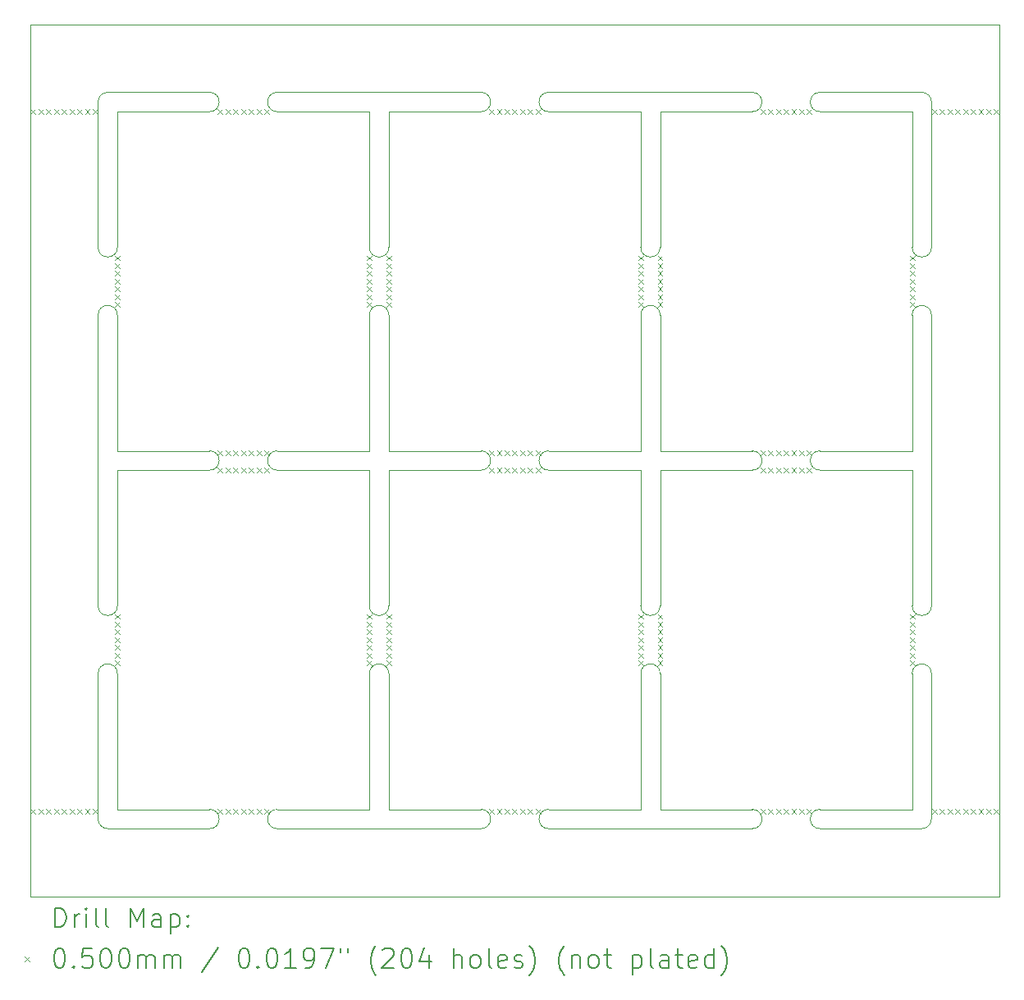
<source format=gbr>
%TF.GenerationSoftware,KiCad,Pcbnew,8.0.8*%
%TF.CreationDate,2025-02-10T00:15:04+01:00*%
%TF.ProjectId,opl3module,6f706c33-6d6f-4647-956c-652e6b696361,1.2*%
%TF.SameCoordinates,Original*%
%TF.FileFunction,Drillmap*%
%TF.FilePolarity,Positive*%
%FSLAX45Y45*%
G04 Gerber Fmt 4.5, Leading zero omitted, Abs format (unit mm)*
G04 Created by KiCad (PCBNEW 8.0.8) date 2025-02-10 00:15:04*
%MOMM*%
%LPD*%
G01*
G04 APERTURE LIST*
%ADD10C,0.100000*%
%ADD11C,0.200000*%
G04 APERTURE END LIST*
D10*
X5350000Y-8100000D02*
X6300000Y-8100000D01*
X700000Y-6700000D02*
X700000Y-8200000D01*
X1850000Y-700000D02*
X800000Y-700000D01*
X6500000Y-900000D02*
X7450000Y-900000D01*
X10000000Y0D02*
X10000000Y-9000000D01*
X8150000Y-4600000D02*
X9100000Y-4600000D01*
X800000Y-8300000D02*
X1850000Y-8300000D01*
X9300000Y-8200000D02*
X9300000Y-6700000D01*
X6500000Y-6000000D02*
X6500000Y-4600000D01*
X10000000Y-9000000D02*
X0Y-9000000D01*
X2550000Y-4400000D02*
X3500000Y-4400000D01*
X7450000Y-4400000D02*
X6500000Y-4400000D01*
X3700000Y-6700000D02*
X3700000Y-8100000D01*
X9100000Y-6700000D02*
X9100000Y-8100000D01*
X900000Y-4600000D02*
X1850000Y-4600000D01*
X9300000Y-6000000D02*
X9300000Y-3000000D01*
X6500000Y-4600000D02*
X7450000Y-4600000D01*
X3700000Y-6000000D02*
X3700000Y-4600000D01*
X6300000Y-4600000D02*
X6300000Y-6000000D01*
X6500000Y-6700000D02*
X6500000Y-8100000D01*
X7450000Y-700000D02*
X5350000Y-700000D01*
X4650000Y-8100000D02*
X3700000Y-8100000D01*
X5350000Y-4600000D02*
X6300000Y-4600000D01*
X6300000Y-6700000D02*
X6300000Y-8100000D01*
X2550000Y-4600000D02*
X3500000Y-4600000D01*
X6300000Y-900000D02*
X6300000Y-2300000D01*
X700000Y-800000D02*
X700000Y-2300000D01*
X8150000Y-8100000D02*
X9100000Y-8100000D01*
X3700000Y-4600000D02*
X4650000Y-4600000D01*
X3500000Y-900000D02*
X3500000Y-2300000D01*
X1850000Y-8100000D02*
X900000Y-8100000D01*
X3500000Y-3000000D02*
X3500000Y-4400000D01*
X3700000Y-900000D02*
X4650000Y-900000D01*
X9100000Y-3000000D02*
X9100000Y-4400000D01*
X7450000Y-8100000D02*
X6500000Y-8100000D01*
X3500000Y-4600000D02*
X3500000Y-6000000D01*
X8150000Y-4400000D02*
X9100000Y-4400000D01*
X6300000Y-3000000D02*
X6300000Y-4400000D01*
X6500000Y-3000000D02*
X6500000Y-4400000D01*
X2550000Y-8100000D02*
X3500000Y-8100000D01*
X4650000Y-700000D02*
X2550000Y-700000D01*
X9200000Y-700000D02*
X8150000Y-700000D01*
X5350000Y-8300000D02*
X7450000Y-8300000D01*
X8150000Y-8300000D02*
X9200000Y-8300000D01*
X9100000Y-900000D02*
X9100000Y-2300000D01*
X5350000Y-4400000D02*
X6300000Y-4400000D01*
X1850000Y-4400000D02*
X900000Y-4400000D01*
X9100000Y-4600000D02*
X9100000Y-6000000D01*
X2550000Y-900000D02*
X3500000Y-900000D01*
X3700000Y-2300000D02*
X3700000Y-900000D01*
X9300000Y-2300000D02*
X9300000Y-800000D01*
X5350000Y-900000D02*
X6300000Y-900000D01*
X900000Y-6000000D02*
X900000Y-4600000D01*
X3700000Y-3000000D02*
X3700000Y-4400000D01*
X900000Y-900000D02*
X1850000Y-900000D01*
X2550000Y-8300000D02*
X4650000Y-8300000D01*
X0Y0D02*
X0Y-9000000D01*
X4650000Y-4400000D02*
X3700000Y-4400000D01*
X900000Y-3000000D02*
X900000Y-4400000D01*
X6500000Y-2300000D02*
X6500000Y-900000D01*
X3500000Y-6700000D02*
X3500000Y-8100000D01*
X900000Y-6700000D02*
X900000Y-8100000D01*
X10000000Y0D02*
X0Y0D01*
X8150000Y-900000D02*
X9100000Y-900000D01*
X700000Y-3000000D02*
X700000Y-6000000D01*
X900000Y-2300000D02*
X900000Y-900000D01*
X9300000Y-8200000D02*
G75*
G02*
X9200000Y-8300000I-100000J0D01*
G01*
X9100000Y-3000000D02*
G75*
G02*
X9300000Y-3000000I100000J0D01*
G01*
X9300000Y-2300000D02*
G75*
G02*
X9100000Y-2300000I-100000J0D01*
G01*
X7450000Y-8100000D02*
G75*
G02*
X7450000Y-8300000I0J-100000D01*
G01*
X8150000Y-8300000D02*
G75*
G02*
X8150000Y-8100000I0J100000D01*
G01*
X6300000Y-6700000D02*
G75*
G02*
X6500000Y-6700000I100000J0D01*
G01*
X6500000Y-6000000D02*
G75*
G02*
X6300000Y-6000000I-100000J0D01*
G01*
X7450000Y-700000D02*
G75*
G02*
X7450000Y-900000I0J-100000D01*
G01*
X8150000Y-900000D02*
G75*
G02*
X8150000Y-700000I0J100000D01*
G01*
X700000Y-6700000D02*
G75*
G02*
X900000Y-6700000I100000J0D01*
G01*
X900000Y-6000000D02*
G75*
G02*
X700000Y-6000000I-100000J0D01*
G01*
X800000Y-8300000D02*
G75*
G02*
X700000Y-8200000I0J100000D01*
G01*
X1850000Y-4400000D02*
G75*
G02*
X1850000Y-4600000I0J-100000D01*
G01*
X2550000Y-4600000D02*
G75*
G02*
X2550000Y-4400000I0J100000D01*
G01*
X3500000Y-3000000D02*
G75*
G02*
X3700000Y-3000000I100000J0D01*
G01*
X3700000Y-2300000D02*
G75*
G02*
X3500000Y-2300000I-100000J0D01*
G01*
X4650000Y-4400000D02*
G75*
G02*
X4650000Y-4600000I0J-100000D01*
G01*
X5350000Y-4600000D02*
G75*
G02*
X5350000Y-4400000I0J100000D01*
G01*
X9200000Y-700000D02*
G75*
G02*
X9300000Y-800000I0J-100000D01*
G01*
X700000Y-3000000D02*
G75*
G02*
X900000Y-3000000I100000J0D01*
G01*
X900000Y-2300000D02*
G75*
G02*
X700000Y-2300000I-100000J0D01*
G01*
X7450000Y-4400000D02*
G75*
G02*
X7450000Y-4600000I0J-100000D01*
G01*
X8150000Y-4600000D02*
G75*
G02*
X8150000Y-4400000I0J100000D01*
G01*
X9100000Y-6700000D02*
G75*
G02*
X9300000Y-6700000I100000J0D01*
G01*
X9300000Y-6000000D02*
G75*
G02*
X9100000Y-6000000I-100000J0D01*
G01*
X700000Y-800000D02*
G75*
G02*
X800000Y-700000I100000J0D01*
G01*
X3500000Y-6700000D02*
G75*
G02*
X3700000Y-6700000I100000J0D01*
G01*
X3700000Y-6000000D02*
G75*
G02*
X3500000Y-6000000I-100000J0D01*
G01*
X4650000Y-700000D02*
G75*
G02*
X4650000Y-900000I0J-100000D01*
G01*
X5350000Y-900000D02*
G75*
G02*
X5350000Y-700000I0J100000D01*
G01*
X1850000Y-700000D02*
G75*
G02*
X1850000Y-900000I0J-100000D01*
G01*
X2550000Y-900000D02*
G75*
G02*
X2550000Y-700000I0J100000D01*
G01*
X1850000Y-8100000D02*
G75*
G02*
X1850000Y-8300000I0J-100000D01*
G01*
X2550000Y-8300000D02*
G75*
G02*
X2550000Y-8100000I0J100000D01*
G01*
X4650000Y-8100000D02*
G75*
G02*
X4650000Y-8300000I0J-100000D01*
G01*
X5350000Y-8300000D02*
G75*
G02*
X5350000Y-8100000I0J100000D01*
G01*
X6300000Y-3000000D02*
G75*
G02*
X6500000Y-3000000I100000J0D01*
G01*
X6500000Y-2300000D02*
G75*
G02*
X6300000Y-2300000I-100000J0D01*
G01*
D11*
D10*
X5000Y-875000D02*
X55000Y-925000D01*
X55000Y-875000D02*
X5000Y-925000D01*
X5000Y-8095000D02*
X55000Y-8145000D01*
X55000Y-8095000D02*
X5000Y-8145000D01*
X85000Y-875000D02*
X135000Y-925000D01*
X135000Y-875000D02*
X85000Y-925000D01*
X85000Y-8095000D02*
X135000Y-8145000D01*
X135000Y-8095000D02*
X85000Y-8145000D01*
X165000Y-875000D02*
X215000Y-925000D01*
X215000Y-875000D02*
X165000Y-925000D01*
X165000Y-8095000D02*
X215000Y-8145000D01*
X215000Y-8095000D02*
X165000Y-8145000D01*
X245000Y-875000D02*
X295000Y-925000D01*
X295000Y-875000D02*
X245000Y-925000D01*
X245000Y-8095000D02*
X295000Y-8145000D01*
X295000Y-8095000D02*
X245000Y-8145000D01*
X325000Y-875000D02*
X375000Y-925000D01*
X375000Y-875000D02*
X325000Y-925000D01*
X325000Y-8095000D02*
X375000Y-8145000D01*
X375000Y-8095000D02*
X325000Y-8145000D01*
X405000Y-875000D02*
X455000Y-925000D01*
X455000Y-875000D02*
X405000Y-925000D01*
X405000Y-8095000D02*
X455000Y-8145000D01*
X455000Y-8095000D02*
X405000Y-8145000D01*
X485000Y-875000D02*
X535000Y-925000D01*
X535000Y-875000D02*
X485000Y-925000D01*
X485000Y-8095000D02*
X535000Y-8145000D01*
X535000Y-8095000D02*
X485000Y-8145000D01*
X565000Y-875000D02*
X615000Y-925000D01*
X615000Y-875000D02*
X565000Y-925000D01*
X565000Y-8095000D02*
X615000Y-8145000D01*
X615000Y-8095000D02*
X565000Y-8145000D01*
X645000Y-875000D02*
X695000Y-925000D01*
X695000Y-875000D02*
X645000Y-925000D01*
X645000Y-8095000D02*
X695000Y-8145000D01*
X695000Y-8095000D02*
X645000Y-8145000D01*
X875000Y-2385000D02*
X925000Y-2435000D01*
X925000Y-2385000D02*
X875000Y-2435000D01*
X875000Y-2465000D02*
X925000Y-2515000D01*
X925000Y-2465000D02*
X875000Y-2515000D01*
X875000Y-2545000D02*
X925000Y-2595000D01*
X925000Y-2545000D02*
X875000Y-2595000D01*
X875000Y-2625000D02*
X925000Y-2675000D01*
X925000Y-2625000D02*
X875000Y-2675000D01*
X875000Y-2705000D02*
X925000Y-2755000D01*
X925000Y-2705000D02*
X875000Y-2755000D01*
X875000Y-2785000D02*
X925000Y-2835000D01*
X925000Y-2785000D02*
X875000Y-2835000D01*
X875000Y-2865000D02*
X925000Y-2915000D01*
X925000Y-2865000D02*
X875000Y-2915000D01*
X875000Y-6085000D02*
X925000Y-6135000D01*
X925000Y-6085000D02*
X875000Y-6135000D01*
X875000Y-6165000D02*
X925000Y-6215000D01*
X925000Y-6165000D02*
X875000Y-6215000D01*
X875000Y-6245000D02*
X925000Y-6295000D01*
X925000Y-6245000D02*
X875000Y-6295000D01*
X875000Y-6325000D02*
X925000Y-6375000D01*
X925000Y-6325000D02*
X875000Y-6375000D01*
X875000Y-6405000D02*
X925000Y-6455000D01*
X925000Y-6405000D02*
X875000Y-6455000D01*
X875000Y-6485000D02*
X925000Y-6535000D01*
X925000Y-6485000D02*
X875000Y-6535000D01*
X875000Y-6565000D02*
X925000Y-6615000D01*
X925000Y-6565000D02*
X875000Y-6615000D01*
X1935000Y-875000D02*
X1985000Y-925000D01*
X1985000Y-875000D02*
X1935000Y-925000D01*
X1935000Y-4395000D02*
X1985000Y-4445000D01*
X1985000Y-4395000D02*
X1935000Y-4445000D01*
X1935000Y-4575000D02*
X1985000Y-4625000D01*
X1985000Y-4575000D02*
X1935000Y-4625000D01*
X1935000Y-8095000D02*
X1985000Y-8145000D01*
X1985000Y-8095000D02*
X1935000Y-8145000D01*
X2015000Y-875000D02*
X2065000Y-925000D01*
X2065000Y-875000D02*
X2015000Y-925000D01*
X2015000Y-4395000D02*
X2065000Y-4445000D01*
X2065000Y-4395000D02*
X2015000Y-4445000D01*
X2015000Y-4575000D02*
X2065000Y-4625000D01*
X2065000Y-4575000D02*
X2015000Y-4625000D01*
X2015000Y-8095000D02*
X2065000Y-8145000D01*
X2065000Y-8095000D02*
X2015000Y-8145000D01*
X2095000Y-875000D02*
X2145000Y-925000D01*
X2145000Y-875000D02*
X2095000Y-925000D01*
X2095000Y-4395000D02*
X2145000Y-4445000D01*
X2145000Y-4395000D02*
X2095000Y-4445000D01*
X2095000Y-4575000D02*
X2145000Y-4625000D01*
X2145000Y-4575000D02*
X2095000Y-4625000D01*
X2095000Y-8095000D02*
X2145000Y-8145000D01*
X2145000Y-8095000D02*
X2095000Y-8145000D01*
X2175000Y-875000D02*
X2225000Y-925000D01*
X2225000Y-875000D02*
X2175000Y-925000D01*
X2175000Y-4395000D02*
X2225000Y-4445000D01*
X2225000Y-4395000D02*
X2175000Y-4445000D01*
X2175000Y-4575000D02*
X2225000Y-4625000D01*
X2225000Y-4575000D02*
X2175000Y-4625000D01*
X2175000Y-8095000D02*
X2225000Y-8145000D01*
X2225000Y-8095000D02*
X2175000Y-8145000D01*
X2255000Y-875000D02*
X2305000Y-925000D01*
X2305000Y-875000D02*
X2255000Y-925000D01*
X2255000Y-4395000D02*
X2305000Y-4445000D01*
X2305000Y-4395000D02*
X2255000Y-4445000D01*
X2255000Y-4575000D02*
X2305000Y-4625000D01*
X2305000Y-4575000D02*
X2255000Y-4625000D01*
X2255000Y-8095000D02*
X2305000Y-8145000D01*
X2305000Y-8095000D02*
X2255000Y-8145000D01*
X2335000Y-875000D02*
X2385000Y-925000D01*
X2385000Y-875000D02*
X2335000Y-925000D01*
X2335000Y-4395000D02*
X2385000Y-4445000D01*
X2385000Y-4395000D02*
X2335000Y-4445000D01*
X2335000Y-4575000D02*
X2385000Y-4625000D01*
X2385000Y-4575000D02*
X2335000Y-4625000D01*
X2335000Y-8095000D02*
X2385000Y-8145000D01*
X2385000Y-8095000D02*
X2335000Y-8145000D01*
X2415000Y-875000D02*
X2465000Y-925000D01*
X2465000Y-875000D02*
X2415000Y-925000D01*
X2415000Y-4395000D02*
X2465000Y-4445000D01*
X2465000Y-4395000D02*
X2415000Y-4445000D01*
X2415000Y-4575000D02*
X2465000Y-4625000D01*
X2465000Y-4575000D02*
X2415000Y-4625000D01*
X2415000Y-8095000D02*
X2465000Y-8145000D01*
X2465000Y-8095000D02*
X2415000Y-8145000D01*
X3475000Y-2385000D02*
X3525000Y-2435000D01*
X3525000Y-2385000D02*
X3475000Y-2435000D01*
X3475000Y-2465000D02*
X3525000Y-2515000D01*
X3525000Y-2465000D02*
X3475000Y-2515000D01*
X3475000Y-2545000D02*
X3525000Y-2595000D01*
X3525000Y-2545000D02*
X3475000Y-2595000D01*
X3475000Y-2625000D02*
X3525000Y-2675000D01*
X3525000Y-2625000D02*
X3475000Y-2675000D01*
X3475000Y-2705000D02*
X3525000Y-2755000D01*
X3525000Y-2705000D02*
X3475000Y-2755000D01*
X3475000Y-2785000D02*
X3525000Y-2835000D01*
X3525000Y-2785000D02*
X3475000Y-2835000D01*
X3475000Y-2865000D02*
X3525000Y-2915000D01*
X3525000Y-2865000D02*
X3475000Y-2915000D01*
X3475000Y-6085000D02*
X3525000Y-6135000D01*
X3525000Y-6085000D02*
X3475000Y-6135000D01*
X3475000Y-6165000D02*
X3525000Y-6215000D01*
X3525000Y-6165000D02*
X3475000Y-6215000D01*
X3475000Y-6245000D02*
X3525000Y-6295000D01*
X3525000Y-6245000D02*
X3475000Y-6295000D01*
X3475000Y-6325000D02*
X3525000Y-6375000D01*
X3525000Y-6325000D02*
X3475000Y-6375000D01*
X3475000Y-6405000D02*
X3525000Y-6455000D01*
X3525000Y-6405000D02*
X3475000Y-6455000D01*
X3475000Y-6485000D02*
X3525000Y-6535000D01*
X3525000Y-6485000D02*
X3475000Y-6535000D01*
X3475000Y-6565000D02*
X3525000Y-6615000D01*
X3525000Y-6565000D02*
X3475000Y-6615000D01*
X3675000Y-2385000D02*
X3725000Y-2435000D01*
X3725000Y-2385000D02*
X3675000Y-2435000D01*
X3675000Y-2465000D02*
X3725000Y-2515000D01*
X3725000Y-2465000D02*
X3675000Y-2515000D01*
X3675000Y-2545000D02*
X3725000Y-2595000D01*
X3725000Y-2545000D02*
X3675000Y-2595000D01*
X3675000Y-2625000D02*
X3725000Y-2675000D01*
X3725000Y-2625000D02*
X3675000Y-2675000D01*
X3675000Y-2705000D02*
X3725000Y-2755000D01*
X3725000Y-2705000D02*
X3675000Y-2755000D01*
X3675000Y-2785000D02*
X3725000Y-2835000D01*
X3725000Y-2785000D02*
X3675000Y-2835000D01*
X3675000Y-2865000D02*
X3725000Y-2915000D01*
X3725000Y-2865000D02*
X3675000Y-2915000D01*
X3675000Y-6085000D02*
X3725000Y-6135000D01*
X3725000Y-6085000D02*
X3675000Y-6135000D01*
X3675000Y-6165000D02*
X3725000Y-6215000D01*
X3725000Y-6165000D02*
X3675000Y-6215000D01*
X3675000Y-6245000D02*
X3725000Y-6295000D01*
X3725000Y-6245000D02*
X3675000Y-6295000D01*
X3675000Y-6325000D02*
X3725000Y-6375000D01*
X3725000Y-6325000D02*
X3675000Y-6375000D01*
X3675000Y-6405000D02*
X3725000Y-6455000D01*
X3725000Y-6405000D02*
X3675000Y-6455000D01*
X3675000Y-6485000D02*
X3725000Y-6535000D01*
X3725000Y-6485000D02*
X3675000Y-6535000D01*
X3675000Y-6565000D02*
X3725000Y-6615000D01*
X3725000Y-6565000D02*
X3675000Y-6615000D01*
X4735000Y-875000D02*
X4785000Y-925000D01*
X4785000Y-875000D02*
X4735000Y-925000D01*
X4735000Y-4395000D02*
X4785000Y-4445000D01*
X4785000Y-4395000D02*
X4735000Y-4445000D01*
X4735000Y-4575000D02*
X4785000Y-4625000D01*
X4785000Y-4575000D02*
X4735000Y-4625000D01*
X4735000Y-8095000D02*
X4785000Y-8145000D01*
X4785000Y-8095000D02*
X4735000Y-8145000D01*
X4815000Y-875000D02*
X4865000Y-925000D01*
X4865000Y-875000D02*
X4815000Y-925000D01*
X4815000Y-4395000D02*
X4865000Y-4445000D01*
X4865000Y-4395000D02*
X4815000Y-4445000D01*
X4815000Y-4575000D02*
X4865000Y-4625000D01*
X4865000Y-4575000D02*
X4815000Y-4625000D01*
X4815000Y-8095000D02*
X4865000Y-8145000D01*
X4865000Y-8095000D02*
X4815000Y-8145000D01*
X4895000Y-875000D02*
X4945000Y-925000D01*
X4945000Y-875000D02*
X4895000Y-925000D01*
X4895000Y-4395000D02*
X4945000Y-4445000D01*
X4945000Y-4395000D02*
X4895000Y-4445000D01*
X4895000Y-4575000D02*
X4945000Y-4625000D01*
X4945000Y-4575000D02*
X4895000Y-4625000D01*
X4895000Y-8095000D02*
X4945000Y-8145000D01*
X4945000Y-8095000D02*
X4895000Y-8145000D01*
X4975000Y-875000D02*
X5025000Y-925000D01*
X5025000Y-875000D02*
X4975000Y-925000D01*
X4975000Y-4395000D02*
X5025000Y-4445000D01*
X5025000Y-4395000D02*
X4975000Y-4445000D01*
X4975000Y-4575000D02*
X5025000Y-4625000D01*
X5025000Y-4575000D02*
X4975000Y-4625000D01*
X4975000Y-8095000D02*
X5025000Y-8145000D01*
X5025000Y-8095000D02*
X4975000Y-8145000D01*
X5055000Y-875000D02*
X5105000Y-925000D01*
X5105000Y-875000D02*
X5055000Y-925000D01*
X5055000Y-4395000D02*
X5105000Y-4445000D01*
X5105000Y-4395000D02*
X5055000Y-4445000D01*
X5055000Y-4575000D02*
X5105000Y-4625000D01*
X5105000Y-4575000D02*
X5055000Y-4625000D01*
X5055000Y-8095000D02*
X5105000Y-8145000D01*
X5105000Y-8095000D02*
X5055000Y-8145000D01*
X5135000Y-875000D02*
X5185000Y-925000D01*
X5185000Y-875000D02*
X5135000Y-925000D01*
X5135000Y-4395000D02*
X5185000Y-4445000D01*
X5185000Y-4395000D02*
X5135000Y-4445000D01*
X5135000Y-4575000D02*
X5185000Y-4625000D01*
X5185000Y-4575000D02*
X5135000Y-4625000D01*
X5135000Y-8095000D02*
X5185000Y-8145000D01*
X5185000Y-8095000D02*
X5135000Y-8145000D01*
X5215000Y-875000D02*
X5265000Y-925000D01*
X5265000Y-875000D02*
X5215000Y-925000D01*
X5215000Y-4395000D02*
X5265000Y-4445000D01*
X5265000Y-4395000D02*
X5215000Y-4445000D01*
X5215000Y-4575000D02*
X5265000Y-4625000D01*
X5265000Y-4575000D02*
X5215000Y-4625000D01*
X5215000Y-8095000D02*
X5265000Y-8145000D01*
X5265000Y-8095000D02*
X5215000Y-8145000D01*
X6275000Y-2385000D02*
X6325000Y-2435000D01*
X6325000Y-2385000D02*
X6275000Y-2435000D01*
X6275000Y-2465000D02*
X6325000Y-2515000D01*
X6325000Y-2465000D02*
X6275000Y-2515000D01*
X6275000Y-2545000D02*
X6325000Y-2595000D01*
X6325000Y-2545000D02*
X6275000Y-2595000D01*
X6275000Y-2625000D02*
X6325000Y-2675000D01*
X6325000Y-2625000D02*
X6275000Y-2675000D01*
X6275000Y-2705000D02*
X6325000Y-2755000D01*
X6325000Y-2705000D02*
X6275000Y-2755000D01*
X6275000Y-2785000D02*
X6325000Y-2835000D01*
X6325000Y-2785000D02*
X6275000Y-2835000D01*
X6275000Y-2865000D02*
X6325000Y-2915000D01*
X6325000Y-2865000D02*
X6275000Y-2915000D01*
X6275000Y-6085000D02*
X6325000Y-6135000D01*
X6325000Y-6085000D02*
X6275000Y-6135000D01*
X6275000Y-6165000D02*
X6325000Y-6215000D01*
X6325000Y-6165000D02*
X6275000Y-6215000D01*
X6275000Y-6245000D02*
X6325000Y-6295000D01*
X6325000Y-6245000D02*
X6275000Y-6295000D01*
X6275000Y-6325000D02*
X6325000Y-6375000D01*
X6325000Y-6325000D02*
X6275000Y-6375000D01*
X6275000Y-6405000D02*
X6325000Y-6455000D01*
X6325000Y-6405000D02*
X6275000Y-6455000D01*
X6275000Y-6485000D02*
X6325000Y-6535000D01*
X6325000Y-6485000D02*
X6275000Y-6535000D01*
X6275000Y-6565000D02*
X6325000Y-6615000D01*
X6325000Y-6565000D02*
X6275000Y-6615000D01*
X6475000Y-2385000D02*
X6525000Y-2435000D01*
X6525000Y-2385000D02*
X6475000Y-2435000D01*
X6475000Y-2465000D02*
X6525000Y-2515000D01*
X6525000Y-2465000D02*
X6475000Y-2515000D01*
X6475000Y-2545000D02*
X6525000Y-2595000D01*
X6525000Y-2545000D02*
X6475000Y-2595000D01*
X6475000Y-2625000D02*
X6525000Y-2675000D01*
X6525000Y-2625000D02*
X6475000Y-2675000D01*
X6475000Y-2705000D02*
X6525000Y-2755000D01*
X6525000Y-2705000D02*
X6475000Y-2755000D01*
X6475000Y-2785000D02*
X6525000Y-2835000D01*
X6525000Y-2785000D02*
X6475000Y-2835000D01*
X6475000Y-2865000D02*
X6525000Y-2915000D01*
X6525000Y-2865000D02*
X6475000Y-2915000D01*
X6475000Y-6085000D02*
X6525000Y-6135000D01*
X6525000Y-6085000D02*
X6475000Y-6135000D01*
X6475000Y-6165000D02*
X6525000Y-6215000D01*
X6525000Y-6165000D02*
X6475000Y-6215000D01*
X6475000Y-6245000D02*
X6525000Y-6295000D01*
X6525000Y-6245000D02*
X6475000Y-6295000D01*
X6475000Y-6325000D02*
X6525000Y-6375000D01*
X6525000Y-6325000D02*
X6475000Y-6375000D01*
X6475000Y-6405000D02*
X6525000Y-6455000D01*
X6525000Y-6405000D02*
X6475000Y-6455000D01*
X6475000Y-6485000D02*
X6525000Y-6535000D01*
X6525000Y-6485000D02*
X6475000Y-6535000D01*
X6475000Y-6565000D02*
X6525000Y-6615000D01*
X6525000Y-6565000D02*
X6475000Y-6615000D01*
X7535000Y-875000D02*
X7585000Y-925000D01*
X7585000Y-875000D02*
X7535000Y-925000D01*
X7535000Y-4395000D02*
X7585000Y-4445000D01*
X7585000Y-4395000D02*
X7535000Y-4445000D01*
X7535000Y-4575000D02*
X7585000Y-4625000D01*
X7585000Y-4575000D02*
X7535000Y-4625000D01*
X7535000Y-8095000D02*
X7585000Y-8145000D01*
X7585000Y-8095000D02*
X7535000Y-8145000D01*
X7615000Y-875000D02*
X7665000Y-925000D01*
X7665000Y-875000D02*
X7615000Y-925000D01*
X7615000Y-4395000D02*
X7665000Y-4445000D01*
X7665000Y-4395000D02*
X7615000Y-4445000D01*
X7615000Y-4575000D02*
X7665000Y-4625000D01*
X7665000Y-4575000D02*
X7615000Y-4625000D01*
X7615000Y-8095000D02*
X7665000Y-8145000D01*
X7665000Y-8095000D02*
X7615000Y-8145000D01*
X7695000Y-875000D02*
X7745000Y-925000D01*
X7745000Y-875000D02*
X7695000Y-925000D01*
X7695000Y-4395000D02*
X7745000Y-4445000D01*
X7745000Y-4395000D02*
X7695000Y-4445000D01*
X7695000Y-4575000D02*
X7745000Y-4625000D01*
X7745000Y-4575000D02*
X7695000Y-4625000D01*
X7695000Y-8095000D02*
X7745000Y-8145000D01*
X7745000Y-8095000D02*
X7695000Y-8145000D01*
X7775000Y-875000D02*
X7825000Y-925000D01*
X7825000Y-875000D02*
X7775000Y-925000D01*
X7775000Y-4395000D02*
X7825000Y-4445000D01*
X7825000Y-4395000D02*
X7775000Y-4445000D01*
X7775000Y-4575000D02*
X7825000Y-4625000D01*
X7825000Y-4575000D02*
X7775000Y-4625000D01*
X7775000Y-8095000D02*
X7825000Y-8145000D01*
X7825000Y-8095000D02*
X7775000Y-8145000D01*
X7855000Y-875000D02*
X7905000Y-925000D01*
X7905000Y-875000D02*
X7855000Y-925000D01*
X7855000Y-4395000D02*
X7905000Y-4445000D01*
X7905000Y-4395000D02*
X7855000Y-4445000D01*
X7855000Y-4575000D02*
X7905000Y-4625000D01*
X7905000Y-4575000D02*
X7855000Y-4625000D01*
X7855000Y-8095000D02*
X7905000Y-8145000D01*
X7905000Y-8095000D02*
X7855000Y-8145000D01*
X7935000Y-875000D02*
X7985000Y-925000D01*
X7985000Y-875000D02*
X7935000Y-925000D01*
X7935000Y-4395000D02*
X7985000Y-4445000D01*
X7985000Y-4395000D02*
X7935000Y-4445000D01*
X7935000Y-4575000D02*
X7985000Y-4625000D01*
X7985000Y-4575000D02*
X7935000Y-4625000D01*
X7935000Y-8095000D02*
X7985000Y-8145000D01*
X7985000Y-8095000D02*
X7935000Y-8145000D01*
X8015000Y-875000D02*
X8065000Y-925000D01*
X8065000Y-875000D02*
X8015000Y-925000D01*
X8015000Y-4395000D02*
X8065000Y-4445000D01*
X8065000Y-4395000D02*
X8015000Y-4445000D01*
X8015000Y-4575000D02*
X8065000Y-4625000D01*
X8065000Y-4575000D02*
X8015000Y-4625000D01*
X8015000Y-8095000D02*
X8065000Y-8145000D01*
X8065000Y-8095000D02*
X8015000Y-8145000D01*
X9075000Y-2385000D02*
X9125000Y-2435000D01*
X9125000Y-2385000D02*
X9075000Y-2435000D01*
X9075000Y-2465000D02*
X9125000Y-2515000D01*
X9125000Y-2465000D02*
X9075000Y-2515000D01*
X9075000Y-2545000D02*
X9125000Y-2595000D01*
X9125000Y-2545000D02*
X9075000Y-2595000D01*
X9075000Y-2625000D02*
X9125000Y-2675000D01*
X9125000Y-2625000D02*
X9075000Y-2675000D01*
X9075000Y-2705000D02*
X9125000Y-2755000D01*
X9125000Y-2705000D02*
X9075000Y-2755000D01*
X9075000Y-2785000D02*
X9125000Y-2835000D01*
X9125000Y-2785000D02*
X9075000Y-2835000D01*
X9075000Y-2865000D02*
X9125000Y-2915000D01*
X9125000Y-2865000D02*
X9075000Y-2915000D01*
X9075000Y-6085000D02*
X9125000Y-6135000D01*
X9125000Y-6085000D02*
X9075000Y-6135000D01*
X9075000Y-6165000D02*
X9125000Y-6215000D01*
X9125000Y-6165000D02*
X9075000Y-6215000D01*
X9075000Y-6245000D02*
X9125000Y-6295000D01*
X9125000Y-6245000D02*
X9075000Y-6295000D01*
X9075000Y-6325000D02*
X9125000Y-6375000D01*
X9125000Y-6325000D02*
X9075000Y-6375000D01*
X9075000Y-6405000D02*
X9125000Y-6455000D01*
X9125000Y-6405000D02*
X9075000Y-6455000D01*
X9075000Y-6485000D02*
X9125000Y-6535000D01*
X9125000Y-6485000D02*
X9075000Y-6535000D01*
X9075000Y-6565000D02*
X9125000Y-6615000D01*
X9125000Y-6565000D02*
X9075000Y-6615000D01*
X9305000Y-875000D02*
X9355000Y-925000D01*
X9355000Y-875000D02*
X9305000Y-925000D01*
X9305000Y-8095000D02*
X9355000Y-8145000D01*
X9355000Y-8095000D02*
X9305000Y-8145000D01*
X9385000Y-875000D02*
X9435000Y-925000D01*
X9435000Y-875000D02*
X9385000Y-925000D01*
X9385000Y-8095000D02*
X9435000Y-8145000D01*
X9435000Y-8095000D02*
X9385000Y-8145000D01*
X9465000Y-875000D02*
X9515000Y-925000D01*
X9515000Y-875000D02*
X9465000Y-925000D01*
X9465000Y-8095000D02*
X9515000Y-8145000D01*
X9515000Y-8095000D02*
X9465000Y-8145000D01*
X9545000Y-875000D02*
X9595000Y-925000D01*
X9595000Y-875000D02*
X9545000Y-925000D01*
X9545000Y-8095000D02*
X9595000Y-8145000D01*
X9595000Y-8095000D02*
X9545000Y-8145000D01*
X9625000Y-875000D02*
X9675000Y-925000D01*
X9675000Y-875000D02*
X9625000Y-925000D01*
X9625000Y-8095000D02*
X9675000Y-8145000D01*
X9675000Y-8095000D02*
X9625000Y-8145000D01*
X9705000Y-875000D02*
X9755000Y-925000D01*
X9755000Y-875000D02*
X9705000Y-925000D01*
X9705000Y-8095000D02*
X9755000Y-8145000D01*
X9755000Y-8095000D02*
X9705000Y-8145000D01*
X9785000Y-875000D02*
X9835000Y-925000D01*
X9835000Y-875000D02*
X9785000Y-925000D01*
X9785000Y-8095000D02*
X9835000Y-8145000D01*
X9835000Y-8095000D02*
X9785000Y-8145000D01*
X9865000Y-875000D02*
X9915000Y-925000D01*
X9915000Y-875000D02*
X9865000Y-925000D01*
X9865000Y-8095000D02*
X9915000Y-8145000D01*
X9915000Y-8095000D02*
X9865000Y-8145000D01*
X9945000Y-875000D02*
X9995000Y-925000D01*
X9995000Y-875000D02*
X9945000Y-925000D01*
X9945000Y-8095000D02*
X9995000Y-8145000D01*
X9995000Y-8095000D02*
X9945000Y-8145000D01*
D11*
X255777Y-9316484D02*
X255777Y-9116484D01*
X255777Y-9116484D02*
X303396Y-9116484D01*
X303396Y-9116484D02*
X331967Y-9126008D01*
X331967Y-9126008D02*
X351015Y-9145055D01*
X351015Y-9145055D02*
X360539Y-9164103D01*
X360539Y-9164103D02*
X370062Y-9202198D01*
X370062Y-9202198D02*
X370062Y-9230770D01*
X370062Y-9230770D02*
X360539Y-9268865D01*
X360539Y-9268865D02*
X351015Y-9287912D01*
X351015Y-9287912D02*
X331967Y-9306960D01*
X331967Y-9306960D02*
X303396Y-9316484D01*
X303396Y-9316484D02*
X255777Y-9316484D01*
X455777Y-9316484D02*
X455777Y-9183150D01*
X455777Y-9221246D02*
X465301Y-9202198D01*
X465301Y-9202198D02*
X474824Y-9192674D01*
X474824Y-9192674D02*
X493872Y-9183150D01*
X493872Y-9183150D02*
X512920Y-9183150D01*
X579586Y-9316484D02*
X579586Y-9183150D01*
X579586Y-9116484D02*
X570063Y-9126008D01*
X570063Y-9126008D02*
X579586Y-9135531D01*
X579586Y-9135531D02*
X589110Y-9126008D01*
X589110Y-9126008D02*
X579586Y-9116484D01*
X579586Y-9116484D02*
X579586Y-9135531D01*
X703396Y-9316484D02*
X684348Y-9306960D01*
X684348Y-9306960D02*
X674824Y-9287912D01*
X674824Y-9287912D02*
X674824Y-9116484D01*
X808158Y-9316484D02*
X789110Y-9306960D01*
X789110Y-9306960D02*
X779586Y-9287912D01*
X779586Y-9287912D02*
X779586Y-9116484D01*
X1036729Y-9316484D02*
X1036729Y-9116484D01*
X1036729Y-9116484D02*
X1103396Y-9259341D01*
X1103396Y-9259341D02*
X1170063Y-9116484D01*
X1170063Y-9116484D02*
X1170063Y-9316484D01*
X1351015Y-9316484D02*
X1351015Y-9211722D01*
X1351015Y-9211722D02*
X1341491Y-9192674D01*
X1341491Y-9192674D02*
X1322444Y-9183150D01*
X1322444Y-9183150D02*
X1284348Y-9183150D01*
X1284348Y-9183150D02*
X1265301Y-9192674D01*
X1351015Y-9306960D02*
X1331967Y-9316484D01*
X1331967Y-9316484D02*
X1284348Y-9316484D01*
X1284348Y-9316484D02*
X1265301Y-9306960D01*
X1265301Y-9306960D02*
X1255777Y-9287912D01*
X1255777Y-9287912D02*
X1255777Y-9268865D01*
X1255777Y-9268865D02*
X1265301Y-9249817D01*
X1265301Y-9249817D02*
X1284348Y-9240293D01*
X1284348Y-9240293D02*
X1331967Y-9240293D01*
X1331967Y-9240293D02*
X1351015Y-9230770D01*
X1446253Y-9183150D02*
X1446253Y-9383150D01*
X1446253Y-9192674D02*
X1465301Y-9183150D01*
X1465301Y-9183150D02*
X1503396Y-9183150D01*
X1503396Y-9183150D02*
X1522443Y-9192674D01*
X1522443Y-9192674D02*
X1531967Y-9202198D01*
X1531967Y-9202198D02*
X1541491Y-9221246D01*
X1541491Y-9221246D02*
X1541491Y-9278389D01*
X1541491Y-9278389D02*
X1531967Y-9297436D01*
X1531967Y-9297436D02*
X1522443Y-9306960D01*
X1522443Y-9306960D02*
X1503396Y-9316484D01*
X1503396Y-9316484D02*
X1465301Y-9316484D01*
X1465301Y-9316484D02*
X1446253Y-9306960D01*
X1627205Y-9297436D02*
X1636729Y-9306960D01*
X1636729Y-9306960D02*
X1627205Y-9316484D01*
X1627205Y-9316484D02*
X1617682Y-9306960D01*
X1617682Y-9306960D02*
X1627205Y-9297436D01*
X1627205Y-9297436D02*
X1627205Y-9316484D01*
X1627205Y-9192674D02*
X1636729Y-9202198D01*
X1636729Y-9202198D02*
X1627205Y-9211722D01*
X1627205Y-9211722D02*
X1617682Y-9202198D01*
X1617682Y-9202198D02*
X1627205Y-9192674D01*
X1627205Y-9192674D02*
X1627205Y-9211722D01*
D10*
X-55000Y-9620000D02*
X-5000Y-9670000D01*
X-5000Y-9620000D02*
X-55000Y-9670000D01*
D11*
X293872Y-9536484D02*
X312920Y-9536484D01*
X312920Y-9536484D02*
X331967Y-9546008D01*
X331967Y-9546008D02*
X341491Y-9555531D01*
X341491Y-9555531D02*
X351015Y-9574579D01*
X351015Y-9574579D02*
X360539Y-9612674D01*
X360539Y-9612674D02*
X360539Y-9660293D01*
X360539Y-9660293D02*
X351015Y-9698389D01*
X351015Y-9698389D02*
X341491Y-9717436D01*
X341491Y-9717436D02*
X331967Y-9726960D01*
X331967Y-9726960D02*
X312920Y-9736484D01*
X312920Y-9736484D02*
X293872Y-9736484D01*
X293872Y-9736484D02*
X274824Y-9726960D01*
X274824Y-9726960D02*
X265301Y-9717436D01*
X265301Y-9717436D02*
X255777Y-9698389D01*
X255777Y-9698389D02*
X246253Y-9660293D01*
X246253Y-9660293D02*
X246253Y-9612674D01*
X246253Y-9612674D02*
X255777Y-9574579D01*
X255777Y-9574579D02*
X265301Y-9555531D01*
X265301Y-9555531D02*
X274824Y-9546008D01*
X274824Y-9546008D02*
X293872Y-9536484D01*
X446253Y-9717436D02*
X455777Y-9726960D01*
X455777Y-9726960D02*
X446253Y-9736484D01*
X446253Y-9736484D02*
X436729Y-9726960D01*
X436729Y-9726960D02*
X446253Y-9717436D01*
X446253Y-9717436D02*
X446253Y-9736484D01*
X636729Y-9536484D02*
X541491Y-9536484D01*
X541491Y-9536484D02*
X531967Y-9631722D01*
X531967Y-9631722D02*
X541491Y-9622198D01*
X541491Y-9622198D02*
X560539Y-9612674D01*
X560539Y-9612674D02*
X608158Y-9612674D01*
X608158Y-9612674D02*
X627205Y-9622198D01*
X627205Y-9622198D02*
X636729Y-9631722D01*
X636729Y-9631722D02*
X646253Y-9650770D01*
X646253Y-9650770D02*
X646253Y-9698389D01*
X646253Y-9698389D02*
X636729Y-9717436D01*
X636729Y-9717436D02*
X627205Y-9726960D01*
X627205Y-9726960D02*
X608158Y-9736484D01*
X608158Y-9736484D02*
X560539Y-9736484D01*
X560539Y-9736484D02*
X541491Y-9726960D01*
X541491Y-9726960D02*
X531967Y-9717436D01*
X770062Y-9536484D02*
X789110Y-9536484D01*
X789110Y-9536484D02*
X808158Y-9546008D01*
X808158Y-9546008D02*
X817682Y-9555531D01*
X817682Y-9555531D02*
X827205Y-9574579D01*
X827205Y-9574579D02*
X836729Y-9612674D01*
X836729Y-9612674D02*
X836729Y-9660293D01*
X836729Y-9660293D02*
X827205Y-9698389D01*
X827205Y-9698389D02*
X817682Y-9717436D01*
X817682Y-9717436D02*
X808158Y-9726960D01*
X808158Y-9726960D02*
X789110Y-9736484D01*
X789110Y-9736484D02*
X770062Y-9736484D01*
X770062Y-9736484D02*
X751015Y-9726960D01*
X751015Y-9726960D02*
X741491Y-9717436D01*
X741491Y-9717436D02*
X731967Y-9698389D01*
X731967Y-9698389D02*
X722443Y-9660293D01*
X722443Y-9660293D02*
X722443Y-9612674D01*
X722443Y-9612674D02*
X731967Y-9574579D01*
X731967Y-9574579D02*
X741491Y-9555531D01*
X741491Y-9555531D02*
X751015Y-9546008D01*
X751015Y-9546008D02*
X770062Y-9536484D01*
X960539Y-9536484D02*
X979586Y-9536484D01*
X979586Y-9536484D02*
X998634Y-9546008D01*
X998634Y-9546008D02*
X1008158Y-9555531D01*
X1008158Y-9555531D02*
X1017682Y-9574579D01*
X1017682Y-9574579D02*
X1027205Y-9612674D01*
X1027205Y-9612674D02*
X1027205Y-9660293D01*
X1027205Y-9660293D02*
X1017682Y-9698389D01*
X1017682Y-9698389D02*
X1008158Y-9717436D01*
X1008158Y-9717436D02*
X998634Y-9726960D01*
X998634Y-9726960D02*
X979586Y-9736484D01*
X979586Y-9736484D02*
X960539Y-9736484D01*
X960539Y-9736484D02*
X941491Y-9726960D01*
X941491Y-9726960D02*
X931967Y-9717436D01*
X931967Y-9717436D02*
X922443Y-9698389D01*
X922443Y-9698389D02*
X912920Y-9660293D01*
X912920Y-9660293D02*
X912920Y-9612674D01*
X912920Y-9612674D02*
X922443Y-9574579D01*
X922443Y-9574579D02*
X931967Y-9555531D01*
X931967Y-9555531D02*
X941491Y-9546008D01*
X941491Y-9546008D02*
X960539Y-9536484D01*
X1112920Y-9736484D02*
X1112920Y-9603150D01*
X1112920Y-9622198D02*
X1122444Y-9612674D01*
X1122444Y-9612674D02*
X1141491Y-9603150D01*
X1141491Y-9603150D02*
X1170063Y-9603150D01*
X1170063Y-9603150D02*
X1189110Y-9612674D01*
X1189110Y-9612674D02*
X1198634Y-9631722D01*
X1198634Y-9631722D02*
X1198634Y-9736484D01*
X1198634Y-9631722D02*
X1208158Y-9612674D01*
X1208158Y-9612674D02*
X1227205Y-9603150D01*
X1227205Y-9603150D02*
X1255777Y-9603150D01*
X1255777Y-9603150D02*
X1274825Y-9612674D01*
X1274825Y-9612674D02*
X1284348Y-9631722D01*
X1284348Y-9631722D02*
X1284348Y-9736484D01*
X1379586Y-9736484D02*
X1379586Y-9603150D01*
X1379586Y-9622198D02*
X1389110Y-9612674D01*
X1389110Y-9612674D02*
X1408158Y-9603150D01*
X1408158Y-9603150D02*
X1436729Y-9603150D01*
X1436729Y-9603150D02*
X1455777Y-9612674D01*
X1455777Y-9612674D02*
X1465301Y-9631722D01*
X1465301Y-9631722D02*
X1465301Y-9736484D01*
X1465301Y-9631722D02*
X1474824Y-9612674D01*
X1474824Y-9612674D02*
X1493872Y-9603150D01*
X1493872Y-9603150D02*
X1522443Y-9603150D01*
X1522443Y-9603150D02*
X1541491Y-9612674D01*
X1541491Y-9612674D02*
X1551015Y-9631722D01*
X1551015Y-9631722D02*
X1551015Y-9736484D01*
X1941491Y-9526960D02*
X1770063Y-9784103D01*
X2198634Y-9536484D02*
X2217682Y-9536484D01*
X2217682Y-9536484D02*
X2236729Y-9546008D01*
X2236729Y-9546008D02*
X2246253Y-9555531D01*
X2246253Y-9555531D02*
X2255777Y-9574579D01*
X2255777Y-9574579D02*
X2265301Y-9612674D01*
X2265301Y-9612674D02*
X2265301Y-9660293D01*
X2265301Y-9660293D02*
X2255777Y-9698389D01*
X2255777Y-9698389D02*
X2246253Y-9717436D01*
X2246253Y-9717436D02*
X2236729Y-9726960D01*
X2236729Y-9726960D02*
X2217682Y-9736484D01*
X2217682Y-9736484D02*
X2198634Y-9736484D01*
X2198634Y-9736484D02*
X2179587Y-9726960D01*
X2179587Y-9726960D02*
X2170063Y-9717436D01*
X2170063Y-9717436D02*
X2160539Y-9698389D01*
X2160539Y-9698389D02*
X2151015Y-9660293D01*
X2151015Y-9660293D02*
X2151015Y-9612674D01*
X2151015Y-9612674D02*
X2160539Y-9574579D01*
X2160539Y-9574579D02*
X2170063Y-9555531D01*
X2170063Y-9555531D02*
X2179587Y-9546008D01*
X2179587Y-9546008D02*
X2198634Y-9536484D01*
X2351015Y-9717436D02*
X2360539Y-9726960D01*
X2360539Y-9726960D02*
X2351015Y-9736484D01*
X2351015Y-9736484D02*
X2341491Y-9726960D01*
X2341491Y-9726960D02*
X2351015Y-9717436D01*
X2351015Y-9717436D02*
X2351015Y-9736484D01*
X2484348Y-9536484D02*
X2503396Y-9536484D01*
X2503396Y-9536484D02*
X2522444Y-9546008D01*
X2522444Y-9546008D02*
X2531968Y-9555531D01*
X2531968Y-9555531D02*
X2541491Y-9574579D01*
X2541491Y-9574579D02*
X2551015Y-9612674D01*
X2551015Y-9612674D02*
X2551015Y-9660293D01*
X2551015Y-9660293D02*
X2541491Y-9698389D01*
X2541491Y-9698389D02*
X2531968Y-9717436D01*
X2531968Y-9717436D02*
X2522444Y-9726960D01*
X2522444Y-9726960D02*
X2503396Y-9736484D01*
X2503396Y-9736484D02*
X2484348Y-9736484D01*
X2484348Y-9736484D02*
X2465301Y-9726960D01*
X2465301Y-9726960D02*
X2455777Y-9717436D01*
X2455777Y-9717436D02*
X2446253Y-9698389D01*
X2446253Y-9698389D02*
X2436729Y-9660293D01*
X2436729Y-9660293D02*
X2436729Y-9612674D01*
X2436729Y-9612674D02*
X2446253Y-9574579D01*
X2446253Y-9574579D02*
X2455777Y-9555531D01*
X2455777Y-9555531D02*
X2465301Y-9546008D01*
X2465301Y-9546008D02*
X2484348Y-9536484D01*
X2741491Y-9736484D02*
X2627206Y-9736484D01*
X2684348Y-9736484D02*
X2684348Y-9536484D01*
X2684348Y-9536484D02*
X2665301Y-9565055D01*
X2665301Y-9565055D02*
X2646253Y-9584103D01*
X2646253Y-9584103D02*
X2627206Y-9593627D01*
X2836729Y-9736484D02*
X2874825Y-9736484D01*
X2874825Y-9736484D02*
X2893872Y-9726960D01*
X2893872Y-9726960D02*
X2903396Y-9717436D01*
X2903396Y-9717436D02*
X2922444Y-9688865D01*
X2922444Y-9688865D02*
X2931967Y-9650770D01*
X2931967Y-9650770D02*
X2931967Y-9574579D01*
X2931967Y-9574579D02*
X2922444Y-9555531D01*
X2922444Y-9555531D02*
X2912920Y-9546008D01*
X2912920Y-9546008D02*
X2893872Y-9536484D01*
X2893872Y-9536484D02*
X2855777Y-9536484D01*
X2855777Y-9536484D02*
X2836729Y-9546008D01*
X2836729Y-9546008D02*
X2827206Y-9555531D01*
X2827206Y-9555531D02*
X2817682Y-9574579D01*
X2817682Y-9574579D02*
X2817682Y-9622198D01*
X2817682Y-9622198D02*
X2827206Y-9641246D01*
X2827206Y-9641246D02*
X2836729Y-9650770D01*
X2836729Y-9650770D02*
X2855777Y-9660293D01*
X2855777Y-9660293D02*
X2893872Y-9660293D01*
X2893872Y-9660293D02*
X2912920Y-9650770D01*
X2912920Y-9650770D02*
X2922444Y-9641246D01*
X2922444Y-9641246D02*
X2931967Y-9622198D01*
X2998634Y-9536484D02*
X3131967Y-9536484D01*
X3131967Y-9536484D02*
X3046253Y-9736484D01*
X3198634Y-9536484D02*
X3198634Y-9574579D01*
X3274825Y-9536484D02*
X3274825Y-9574579D01*
X3570063Y-9812674D02*
X3560539Y-9803150D01*
X3560539Y-9803150D02*
X3541491Y-9774579D01*
X3541491Y-9774579D02*
X3531968Y-9755531D01*
X3531968Y-9755531D02*
X3522444Y-9726960D01*
X3522444Y-9726960D02*
X3512920Y-9679341D01*
X3512920Y-9679341D02*
X3512920Y-9641246D01*
X3512920Y-9641246D02*
X3522444Y-9593627D01*
X3522444Y-9593627D02*
X3531968Y-9565055D01*
X3531968Y-9565055D02*
X3541491Y-9546008D01*
X3541491Y-9546008D02*
X3560539Y-9517436D01*
X3560539Y-9517436D02*
X3570063Y-9507912D01*
X3636729Y-9555531D02*
X3646253Y-9546008D01*
X3646253Y-9546008D02*
X3665301Y-9536484D01*
X3665301Y-9536484D02*
X3712920Y-9536484D01*
X3712920Y-9536484D02*
X3731968Y-9546008D01*
X3731968Y-9546008D02*
X3741491Y-9555531D01*
X3741491Y-9555531D02*
X3751015Y-9574579D01*
X3751015Y-9574579D02*
X3751015Y-9593627D01*
X3751015Y-9593627D02*
X3741491Y-9622198D01*
X3741491Y-9622198D02*
X3627206Y-9736484D01*
X3627206Y-9736484D02*
X3751015Y-9736484D01*
X3874825Y-9536484D02*
X3893872Y-9536484D01*
X3893872Y-9536484D02*
X3912920Y-9546008D01*
X3912920Y-9546008D02*
X3922444Y-9555531D01*
X3922444Y-9555531D02*
X3931968Y-9574579D01*
X3931968Y-9574579D02*
X3941491Y-9612674D01*
X3941491Y-9612674D02*
X3941491Y-9660293D01*
X3941491Y-9660293D02*
X3931968Y-9698389D01*
X3931968Y-9698389D02*
X3922444Y-9717436D01*
X3922444Y-9717436D02*
X3912920Y-9726960D01*
X3912920Y-9726960D02*
X3893872Y-9736484D01*
X3893872Y-9736484D02*
X3874825Y-9736484D01*
X3874825Y-9736484D02*
X3855777Y-9726960D01*
X3855777Y-9726960D02*
X3846253Y-9717436D01*
X3846253Y-9717436D02*
X3836729Y-9698389D01*
X3836729Y-9698389D02*
X3827206Y-9660293D01*
X3827206Y-9660293D02*
X3827206Y-9612674D01*
X3827206Y-9612674D02*
X3836729Y-9574579D01*
X3836729Y-9574579D02*
X3846253Y-9555531D01*
X3846253Y-9555531D02*
X3855777Y-9546008D01*
X3855777Y-9546008D02*
X3874825Y-9536484D01*
X4112920Y-9603150D02*
X4112920Y-9736484D01*
X4065301Y-9526960D02*
X4017682Y-9669817D01*
X4017682Y-9669817D02*
X4141491Y-9669817D01*
X4370063Y-9736484D02*
X4370063Y-9536484D01*
X4455777Y-9736484D02*
X4455777Y-9631722D01*
X4455777Y-9631722D02*
X4446253Y-9612674D01*
X4446253Y-9612674D02*
X4427206Y-9603150D01*
X4427206Y-9603150D02*
X4398634Y-9603150D01*
X4398634Y-9603150D02*
X4379587Y-9612674D01*
X4379587Y-9612674D02*
X4370063Y-9622198D01*
X4579587Y-9736484D02*
X4560539Y-9726960D01*
X4560539Y-9726960D02*
X4551015Y-9717436D01*
X4551015Y-9717436D02*
X4541492Y-9698389D01*
X4541492Y-9698389D02*
X4541492Y-9641246D01*
X4541492Y-9641246D02*
X4551015Y-9622198D01*
X4551015Y-9622198D02*
X4560539Y-9612674D01*
X4560539Y-9612674D02*
X4579587Y-9603150D01*
X4579587Y-9603150D02*
X4608158Y-9603150D01*
X4608158Y-9603150D02*
X4627206Y-9612674D01*
X4627206Y-9612674D02*
X4636730Y-9622198D01*
X4636730Y-9622198D02*
X4646253Y-9641246D01*
X4646253Y-9641246D02*
X4646253Y-9698389D01*
X4646253Y-9698389D02*
X4636730Y-9717436D01*
X4636730Y-9717436D02*
X4627206Y-9726960D01*
X4627206Y-9726960D02*
X4608158Y-9736484D01*
X4608158Y-9736484D02*
X4579587Y-9736484D01*
X4760539Y-9736484D02*
X4741492Y-9726960D01*
X4741492Y-9726960D02*
X4731968Y-9707912D01*
X4731968Y-9707912D02*
X4731968Y-9536484D01*
X4912920Y-9726960D02*
X4893873Y-9736484D01*
X4893873Y-9736484D02*
X4855777Y-9736484D01*
X4855777Y-9736484D02*
X4836730Y-9726960D01*
X4836730Y-9726960D02*
X4827206Y-9707912D01*
X4827206Y-9707912D02*
X4827206Y-9631722D01*
X4827206Y-9631722D02*
X4836730Y-9612674D01*
X4836730Y-9612674D02*
X4855777Y-9603150D01*
X4855777Y-9603150D02*
X4893873Y-9603150D01*
X4893873Y-9603150D02*
X4912920Y-9612674D01*
X4912920Y-9612674D02*
X4922444Y-9631722D01*
X4922444Y-9631722D02*
X4922444Y-9650770D01*
X4922444Y-9650770D02*
X4827206Y-9669817D01*
X4998634Y-9726960D02*
X5017682Y-9736484D01*
X5017682Y-9736484D02*
X5055777Y-9736484D01*
X5055777Y-9736484D02*
X5074825Y-9726960D01*
X5074825Y-9726960D02*
X5084349Y-9707912D01*
X5084349Y-9707912D02*
X5084349Y-9698389D01*
X5084349Y-9698389D02*
X5074825Y-9679341D01*
X5074825Y-9679341D02*
X5055777Y-9669817D01*
X5055777Y-9669817D02*
X5027206Y-9669817D01*
X5027206Y-9669817D02*
X5008158Y-9660293D01*
X5008158Y-9660293D02*
X4998634Y-9641246D01*
X4998634Y-9641246D02*
X4998634Y-9631722D01*
X4998634Y-9631722D02*
X5008158Y-9612674D01*
X5008158Y-9612674D02*
X5027206Y-9603150D01*
X5027206Y-9603150D02*
X5055777Y-9603150D01*
X5055777Y-9603150D02*
X5074825Y-9612674D01*
X5151015Y-9812674D02*
X5160539Y-9803150D01*
X5160539Y-9803150D02*
X5179587Y-9774579D01*
X5179587Y-9774579D02*
X5189111Y-9755531D01*
X5189111Y-9755531D02*
X5198634Y-9726960D01*
X5198634Y-9726960D02*
X5208158Y-9679341D01*
X5208158Y-9679341D02*
X5208158Y-9641246D01*
X5208158Y-9641246D02*
X5198634Y-9593627D01*
X5198634Y-9593627D02*
X5189111Y-9565055D01*
X5189111Y-9565055D02*
X5179587Y-9546008D01*
X5179587Y-9546008D02*
X5160539Y-9517436D01*
X5160539Y-9517436D02*
X5151015Y-9507912D01*
X5512920Y-9812674D02*
X5503396Y-9803150D01*
X5503396Y-9803150D02*
X5484349Y-9774579D01*
X5484349Y-9774579D02*
X5474825Y-9755531D01*
X5474825Y-9755531D02*
X5465301Y-9726960D01*
X5465301Y-9726960D02*
X5455777Y-9679341D01*
X5455777Y-9679341D02*
X5455777Y-9641246D01*
X5455777Y-9641246D02*
X5465301Y-9593627D01*
X5465301Y-9593627D02*
X5474825Y-9565055D01*
X5474825Y-9565055D02*
X5484349Y-9546008D01*
X5484349Y-9546008D02*
X5503396Y-9517436D01*
X5503396Y-9517436D02*
X5512920Y-9507912D01*
X5589111Y-9603150D02*
X5589111Y-9736484D01*
X5589111Y-9622198D02*
X5598634Y-9612674D01*
X5598634Y-9612674D02*
X5617682Y-9603150D01*
X5617682Y-9603150D02*
X5646253Y-9603150D01*
X5646253Y-9603150D02*
X5665301Y-9612674D01*
X5665301Y-9612674D02*
X5674825Y-9631722D01*
X5674825Y-9631722D02*
X5674825Y-9736484D01*
X5798634Y-9736484D02*
X5779587Y-9726960D01*
X5779587Y-9726960D02*
X5770063Y-9717436D01*
X5770063Y-9717436D02*
X5760539Y-9698389D01*
X5760539Y-9698389D02*
X5760539Y-9641246D01*
X5760539Y-9641246D02*
X5770063Y-9622198D01*
X5770063Y-9622198D02*
X5779587Y-9612674D01*
X5779587Y-9612674D02*
X5798634Y-9603150D01*
X5798634Y-9603150D02*
X5827206Y-9603150D01*
X5827206Y-9603150D02*
X5846253Y-9612674D01*
X5846253Y-9612674D02*
X5855777Y-9622198D01*
X5855777Y-9622198D02*
X5865301Y-9641246D01*
X5865301Y-9641246D02*
X5865301Y-9698389D01*
X5865301Y-9698389D02*
X5855777Y-9717436D01*
X5855777Y-9717436D02*
X5846253Y-9726960D01*
X5846253Y-9726960D02*
X5827206Y-9736484D01*
X5827206Y-9736484D02*
X5798634Y-9736484D01*
X5922444Y-9603150D02*
X5998634Y-9603150D01*
X5951015Y-9536484D02*
X5951015Y-9707912D01*
X5951015Y-9707912D02*
X5960539Y-9726960D01*
X5960539Y-9726960D02*
X5979587Y-9736484D01*
X5979587Y-9736484D02*
X5998634Y-9736484D01*
X6217682Y-9603150D02*
X6217682Y-9803150D01*
X6217682Y-9612674D02*
X6236730Y-9603150D01*
X6236730Y-9603150D02*
X6274825Y-9603150D01*
X6274825Y-9603150D02*
X6293873Y-9612674D01*
X6293873Y-9612674D02*
X6303396Y-9622198D01*
X6303396Y-9622198D02*
X6312920Y-9641246D01*
X6312920Y-9641246D02*
X6312920Y-9698389D01*
X6312920Y-9698389D02*
X6303396Y-9717436D01*
X6303396Y-9717436D02*
X6293873Y-9726960D01*
X6293873Y-9726960D02*
X6274825Y-9736484D01*
X6274825Y-9736484D02*
X6236730Y-9736484D01*
X6236730Y-9736484D02*
X6217682Y-9726960D01*
X6427206Y-9736484D02*
X6408158Y-9726960D01*
X6408158Y-9726960D02*
X6398634Y-9707912D01*
X6398634Y-9707912D02*
X6398634Y-9536484D01*
X6589111Y-9736484D02*
X6589111Y-9631722D01*
X6589111Y-9631722D02*
X6579587Y-9612674D01*
X6579587Y-9612674D02*
X6560539Y-9603150D01*
X6560539Y-9603150D02*
X6522444Y-9603150D01*
X6522444Y-9603150D02*
X6503396Y-9612674D01*
X6589111Y-9726960D02*
X6570063Y-9736484D01*
X6570063Y-9736484D02*
X6522444Y-9736484D01*
X6522444Y-9736484D02*
X6503396Y-9726960D01*
X6503396Y-9726960D02*
X6493873Y-9707912D01*
X6493873Y-9707912D02*
X6493873Y-9688865D01*
X6493873Y-9688865D02*
X6503396Y-9669817D01*
X6503396Y-9669817D02*
X6522444Y-9660293D01*
X6522444Y-9660293D02*
X6570063Y-9660293D01*
X6570063Y-9660293D02*
X6589111Y-9650770D01*
X6655777Y-9603150D02*
X6731968Y-9603150D01*
X6684349Y-9536484D02*
X6684349Y-9707912D01*
X6684349Y-9707912D02*
X6693873Y-9726960D01*
X6693873Y-9726960D02*
X6712920Y-9736484D01*
X6712920Y-9736484D02*
X6731968Y-9736484D01*
X6874825Y-9726960D02*
X6855777Y-9736484D01*
X6855777Y-9736484D02*
X6817682Y-9736484D01*
X6817682Y-9736484D02*
X6798634Y-9726960D01*
X6798634Y-9726960D02*
X6789111Y-9707912D01*
X6789111Y-9707912D02*
X6789111Y-9631722D01*
X6789111Y-9631722D02*
X6798634Y-9612674D01*
X6798634Y-9612674D02*
X6817682Y-9603150D01*
X6817682Y-9603150D02*
X6855777Y-9603150D01*
X6855777Y-9603150D02*
X6874825Y-9612674D01*
X6874825Y-9612674D02*
X6884349Y-9631722D01*
X6884349Y-9631722D02*
X6884349Y-9650770D01*
X6884349Y-9650770D02*
X6789111Y-9669817D01*
X7055777Y-9736484D02*
X7055777Y-9536484D01*
X7055777Y-9726960D02*
X7036730Y-9736484D01*
X7036730Y-9736484D02*
X6998634Y-9736484D01*
X6998634Y-9736484D02*
X6979587Y-9726960D01*
X6979587Y-9726960D02*
X6970063Y-9717436D01*
X6970063Y-9717436D02*
X6960539Y-9698389D01*
X6960539Y-9698389D02*
X6960539Y-9641246D01*
X6960539Y-9641246D02*
X6970063Y-9622198D01*
X6970063Y-9622198D02*
X6979587Y-9612674D01*
X6979587Y-9612674D02*
X6998634Y-9603150D01*
X6998634Y-9603150D02*
X7036730Y-9603150D01*
X7036730Y-9603150D02*
X7055777Y-9612674D01*
X7131968Y-9812674D02*
X7141492Y-9803150D01*
X7141492Y-9803150D02*
X7160539Y-9774579D01*
X7160539Y-9774579D02*
X7170063Y-9755531D01*
X7170063Y-9755531D02*
X7179587Y-9726960D01*
X7179587Y-9726960D02*
X7189111Y-9679341D01*
X7189111Y-9679341D02*
X7189111Y-9641246D01*
X7189111Y-9641246D02*
X7179587Y-9593627D01*
X7179587Y-9593627D02*
X7170063Y-9565055D01*
X7170063Y-9565055D02*
X7160539Y-9546008D01*
X7160539Y-9546008D02*
X7141492Y-9517436D01*
X7141492Y-9517436D02*
X7131968Y-9507912D01*
M02*

</source>
